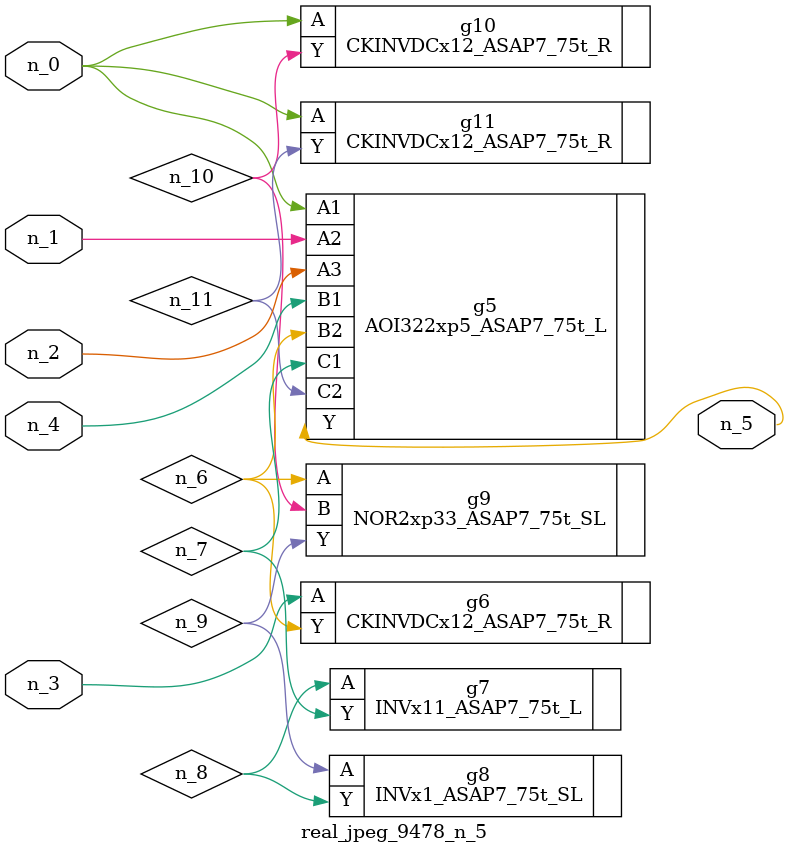
<source format=v>
module real_jpeg_9478_n_5 (n_4, n_0, n_1, n_2, n_3, n_5);

input n_4;
input n_0;
input n_1;
input n_2;
input n_3;

output n_5;

wire n_8;
wire n_11;
wire n_6;
wire n_7;
wire n_10;
wire n_9;

AOI322xp5_ASAP7_75t_L g5 ( 
.A1(n_0),
.A2(n_1),
.A3(n_2),
.B1(n_4),
.B2(n_6),
.C1(n_7),
.C2(n_11),
.Y(n_5)
);

CKINVDCx12_ASAP7_75t_R g10 ( 
.A(n_0),
.Y(n_10)
);

CKINVDCx12_ASAP7_75t_R g11 ( 
.A(n_0),
.Y(n_11)
);

CKINVDCx12_ASAP7_75t_R g6 ( 
.A(n_3),
.Y(n_6)
);

NOR2xp33_ASAP7_75t_SL g9 ( 
.A(n_6),
.B(n_10),
.Y(n_9)
);

INVx11_ASAP7_75t_L g7 ( 
.A(n_8),
.Y(n_7)
);

INVx1_ASAP7_75t_SL g8 ( 
.A(n_9),
.Y(n_8)
);


endmodule
</source>
